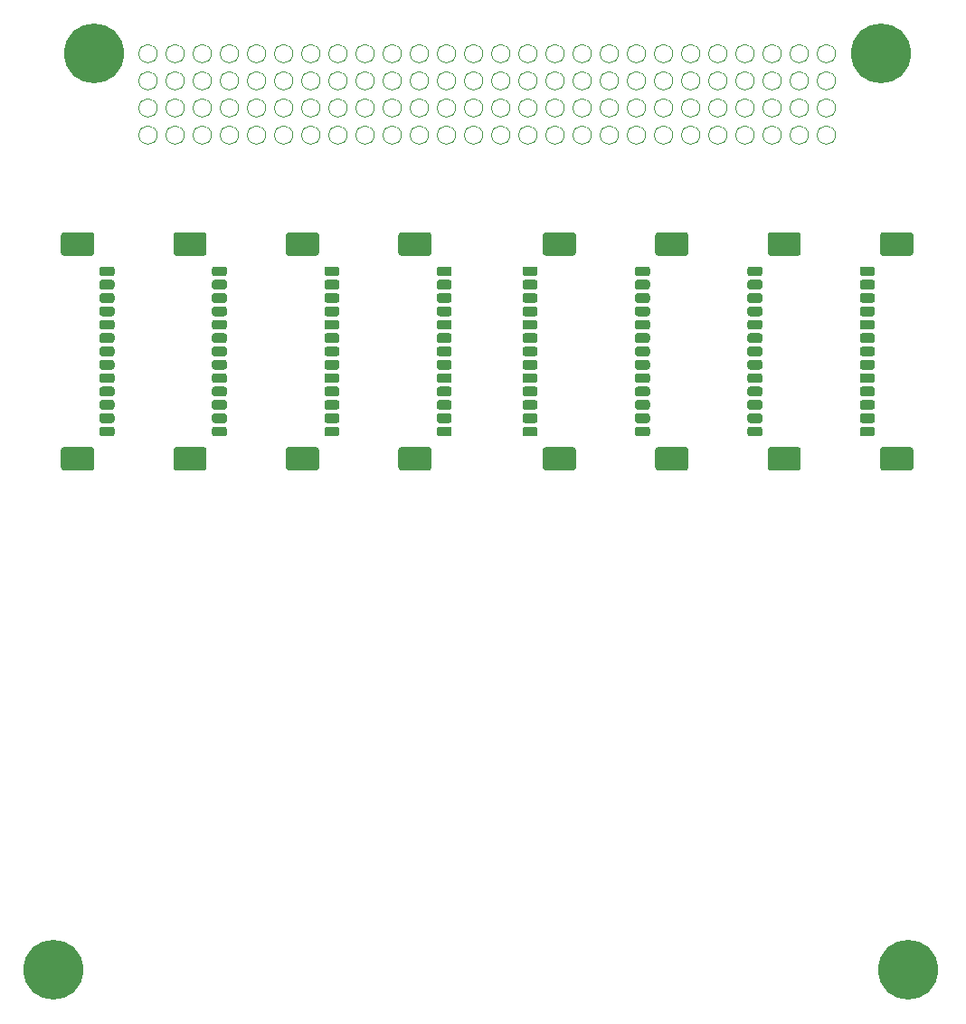
<source format=gbr>
%TF.GenerationSoftware,KiCad,Pcbnew,5.1.6-1.fc32*%
%TF.CreationDate,2020-09-11T21:55:50-03:00*%
%TF.ProjectId,pc104-adapter-bottom,70633130-342d-4616-9461-707465722d62,v2.0*%
%TF.SameCoordinates,Original*%
%TF.FileFunction,Soldermask,Top*%
%TF.FilePolarity,Negative*%
%FSLAX46Y46*%
G04 Gerber Fmt 4.6, Leading zero omitted, Abs format (unit mm)*
G04 Created by KiCad (PCBNEW 5.1.6-1.fc32) date 2020-09-11 21:55:50*
%MOMM*%
%LPD*%
G01*
G04 APERTURE LIST*
%ADD10C,0.100000*%
%ADD11C,5.600000*%
G04 APERTURE END LIST*
D10*
%TO.C,J9*%
X178611000Y-55136000D02*
G75*
G03*
X178611000Y-55136000I-861000J0D01*
G01*
X178611000Y-57676000D02*
G75*
G03*
X178611000Y-57676000I-861000J0D01*
G01*
X176071000Y-55136000D02*
G75*
G03*
X176071000Y-55136000I-861000J0D01*
G01*
X176071000Y-57676000D02*
G75*
G03*
X176071000Y-57676000I-861000J0D01*
G01*
X173531000Y-55136000D02*
G75*
G03*
X173531000Y-55136000I-861000J0D01*
G01*
X173531000Y-57676000D02*
G75*
G03*
X173531000Y-57676000I-861000J0D01*
G01*
X170991000Y-55136000D02*
G75*
G03*
X170991000Y-55136000I-861000J0D01*
G01*
X170991000Y-57676000D02*
G75*
G03*
X170991000Y-57676000I-861000J0D01*
G01*
X168451000Y-55136000D02*
G75*
G03*
X168451000Y-55136000I-861000J0D01*
G01*
X168451000Y-57676000D02*
G75*
G03*
X168451000Y-57676000I-861000J0D01*
G01*
X165911000Y-55136000D02*
G75*
G03*
X165911000Y-55136000I-861000J0D01*
G01*
X165911000Y-57676000D02*
G75*
G03*
X165911000Y-57676000I-861000J0D01*
G01*
X163371000Y-55136000D02*
G75*
G03*
X163371000Y-55136000I-861000J0D01*
G01*
X163371000Y-57676000D02*
G75*
G03*
X163371000Y-57676000I-861000J0D01*
G01*
X160831000Y-55136000D02*
G75*
G03*
X160831000Y-55136000I-861000J0D01*
G01*
X160831000Y-57676000D02*
G75*
G03*
X160831000Y-57676000I-861000J0D01*
G01*
X158291000Y-55136000D02*
G75*
G03*
X158291000Y-55136000I-861000J0D01*
G01*
X158291000Y-57676000D02*
G75*
G03*
X158291000Y-57676000I-861000J0D01*
G01*
X155751000Y-55136000D02*
G75*
G03*
X155751000Y-55136000I-861000J0D01*
G01*
X155751000Y-57676000D02*
G75*
G03*
X155751000Y-57676000I-861000J0D01*
G01*
X153211000Y-55136000D02*
G75*
G03*
X153211000Y-55136000I-861000J0D01*
G01*
X153211000Y-57676000D02*
G75*
G03*
X153211000Y-57676000I-861000J0D01*
G01*
X150671000Y-55136000D02*
G75*
G03*
X150671000Y-55136000I-861000J0D01*
G01*
X150671000Y-57676000D02*
G75*
G03*
X150671000Y-57676000I-861000J0D01*
G01*
X148131000Y-55136000D02*
G75*
G03*
X148131000Y-55136000I-861000J0D01*
G01*
X148131000Y-57676000D02*
G75*
G03*
X148131000Y-57676000I-861000J0D01*
G01*
X145591000Y-55136000D02*
G75*
G03*
X145591000Y-55136000I-861000J0D01*
G01*
X145591000Y-57676000D02*
G75*
G03*
X145591000Y-57676000I-861000J0D01*
G01*
X143051000Y-55136000D02*
G75*
G03*
X143051000Y-55136000I-861000J0D01*
G01*
X143051000Y-57676000D02*
G75*
G03*
X143051000Y-57676000I-861000J0D01*
G01*
X140511000Y-55136000D02*
G75*
G03*
X140511000Y-55136000I-861000J0D01*
G01*
X140511000Y-57676000D02*
G75*
G03*
X140511000Y-57676000I-861000J0D01*
G01*
X137971000Y-55136000D02*
G75*
G03*
X137971000Y-55136000I-861000J0D01*
G01*
X137971000Y-57676000D02*
G75*
G03*
X137971000Y-57676000I-861000J0D01*
G01*
X135431000Y-55136000D02*
G75*
G03*
X135431000Y-55136000I-861000J0D01*
G01*
X135431000Y-57676000D02*
G75*
G03*
X135431000Y-57676000I-861000J0D01*
G01*
X132891000Y-55136000D02*
G75*
G03*
X132891000Y-55136000I-861000J0D01*
G01*
X132891000Y-57676000D02*
G75*
G03*
X132891000Y-57676000I-861000J0D01*
G01*
X130351000Y-55136000D02*
G75*
G03*
X130351000Y-55136000I-861000J0D01*
G01*
X130351000Y-57676000D02*
G75*
G03*
X130351000Y-57676000I-861000J0D01*
G01*
X127811000Y-55136000D02*
G75*
G03*
X127811000Y-55136000I-861000J0D01*
G01*
X127811000Y-57676000D02*
G75*
G03*
X127811000Y-57676000I-861000J0D01*
G01*
X125271000Y-55136000D02*
G75*
G03*
X125271000Y-55136000I-861000J0D01*
G01*
X125271000Y-57676000D02*
G75*
G03*
X125271000Y-57676000I-861000J0D01*
G01*
X122731000Y-55136000D02*
G75*
G03*
X122731000Y-55136000I-861000J0D01*
G01*
X122731000Y-57676000D02*
G75*
G03*
X122731000Y-57676000I-861000J0D01*
G01*
X120191000Y-55136000D02*
G75*
G03*
X120191000Y-55136000I-861000J0D01*
G01*
X120191000Y-57676000D02*
G75*
G03*
X120191000Y-57676000I-861000J0D01*
G01*
X117651000Y-55136000D02*
G75*
G03*
X117651000Y-55136000I-861000J0D01*
G01*
X117651000Y-57676000D02*
G75*
G03*
X117651000Y-57676000I-861000J0D01*
G01*
X115111000Y-55136000D02*
G75*
G03*
X115111000Y-55136000I-861000J0D01*
G01*
X115111000Y-57676000D02*
G75*
G03*
X115111000Y-57676000I-861000J0D01*
G01*
%TO.C,J10*%
X178611000Y-60216000D02*
G75*
G03*
X178611000Y-60216000I-861000J0D01*
G01*
X178611000Y-62756000D02*
G75*
G03*
X178611000Y-62756000I-861000J0D01*
G01*
X176071000Y-60216000D02*
G75*
G03*
X176071000Y-60216000I-861000J0D01*
G01*
X176071000Y-62756000D02*
G75*
G03*
X176071000Y-62756000I-861000J0D01*
G01*
X173531000Y-60216000D02*
G75*
G03*
X173531000Y-60216000I-861000J0D01*
G01*
X173531000Y-62756000D02*
G75*
G03*
X173531000Y-62756000I-861000J0D01*
G01*
X170991000Y-60216000D02*
G75*
G03*
X170991000Y-60216000I-861000J0D01*
G01*
X170991000Y-62756000D02*
G75*
G03*
X170991000Y-62756000I-861000J0D01*
G01*
X168451000Y-60216000D02*
G75*
G03*
X168451000Y-60216000I-861000J0D01*
G01*
X168451000Y-62756000D02*
G75*
G03*
X168451000Y-62756000I-861000J0D01*
G01*
X165911000Y-60216000D02*
G75*
G03*
X165911000Y-60216000I-861000J0D01*
G01*
X165911000Y-62756000D02*
G75*
G03*
X165911000Y-62756000I-861000J0D01*
G01*
X163371000Y-60216000D02*
G75*
G03*
X163371000Y-60216000I-861000J0D01*
G01*
X163371000Y-62756000D02*
G75*
G03*
X163371000Y-62756000I-861000J0D01*
G01*
X160831000Y-60216000D02*
G75*
G03*
X160831000Y-60216000I-861000J0D01*
G01*
X160831000Y-62756000D02*
G75*
G03*
X160831000Y-62756000I-861000J0D01*
G01*
X158291000Y-60216000D02*
G75*
G03*
X158291000Y-60216000I-861000J0D01*
G01*
X158291000Y-62756000D02*
G75*
G03*
X158291000Y-62756000I-861000J0D01*
G01*
X155751000Y-60216000D02*
G75*
G03*
X155751000Y-60216000I-861000J0D01*
G01*
X155751000Y-62756000D02*
G75*
G03*
X155751000Y-62756000I-861000J0D01*
G01*
X153211000Y-60216000D02*
G75*
G03*
X153211000Y-60216000I-861000J0D01*
G01*
X153211000Y-62756000D02*
G75*
G03*
X153211000Y-62756000I-861000J0D01*
G01*
X150671000Y-60216000D02*
G75*
G03*
X150671000Y-60216000I-861000J0D01*
G01*
X150671000Y-62756000D02*
G75*
G03*
X150671000Y-62756000I-861000J0D01*
G01*
X148131000Y-60216000D02*
G75*
G03*
X148131000Y-60216000I-861000J0D01*
G01*
X148131000Y-62756000D02*
G75*
G03*
X148131000Y-62756000I-861000J0D01*
G01*
X145591000Y-60216000D02*
G75*
G03*
X145591000Y-60216000I-861000J0D01*
G01*
X145591000Y-62756000D02*
G75*
G03*
X145591000Y-62756000I-861000J0D01*
G01*
X143051000Y-60216000D02*
G75*
G03*
X143051000Y-60216000I-861000J0D01*
G01*
X143051000Y-62756000D02*
G75*
G03*
X143051000Y-62756000I-861000J0D01*
G01*
X140511000Y-60216000D02*
G75*
G03*
X140511000Y-60216000I-861000J0D01*
G01*
X140511000Y-62756000D02*
G75*
G03*
X140511000Y-62756000I-861000J0D01*
G01*
X137971000Y-60216000D02*
G75*
G03*
X137971000Y-60216000I-861000J0D01*
G01*
X137971000Y-62756000D02*
G75*
G03*
X137971000Y-62756000I-861000J0D01*
G01*
X135431000Y-60216000D02*
G75*
G03*
X135431000Y-60216000I-861000J0D01*
G01*
X135431000Y-62756000D02*
G75*
G03*
X135431000Y-62756000I-861000J0D01*
G01*
X132891000Y-60216000D02*
G75*
G03*
X132891000Y-60216000I-861000J0D01*
G01*
X132891000Y-62756000D02*
G75*
G03*
X132891000Y-62756000I-861000J0D01*
G01*
X130351000Y-60216000D02*
G75*
G03*
X130351000Y-60216000I-861000J0D01*
G01*
X130351000Y-62756000D02*
G75*
G03*
X130351000Y-62756000I-861000J0D01*
G01*
X127811000Y-60216000D02*
G75*
G03*
X127811000Y-60216000I-861000J0D01*
G01*
X127811000Y-62756000D02*
G75*
G03*
X127811000Y-62756000I-861000J0D01*
G01*
X125271000Y-60216000D02*
G75*
G03*
X125271000Y-60216000I-861000J0D01*
G01*
X125271000Y-62756000D02*
G75*
G03*
X125271000Y-62756000I-861000J0D01*
G01*
X122731000Y-60216000D02*
G75*
G03*
X122731000Y-60216000I-861000J0D01*
G01*
X122731000Y-62756000D02*
G75*
G03*
X122731000Y-62756000I-861000J0D01*
G01*
X120191000Y-60216000D02*
G75*
G03*
X120191000Y-60216000I-861000J0D01*
G01*
X120191000Y-62756000D02*
G75*
G03*
X120191000Y-62756000I-861000J0D01*
G01*
X117651000Y-60216000D02*
G75*
G03*
X117651000Y-60216000I-861000J0D01*
G01*
X117651000Y-62756000D02*
G75*
G03*
X117651000Y-62756000I-861000J0D01*
G01*
X115111000Y-60216000D02*
G75*
G03*
X115111000Y-60216000I-861000J0D01*
G01*
X115111000Y-62756000D02*
G75*
G03*
X115111000Y-62756000I-861000J0D01*
G01*
%TD*%
D11*
%TO.C,H3*%
X105350000Y-140866000D03*
%TD*%
%TO.C,H4*%
X185390000Y-140866000D03*
%TD*%
%TO.C,J8*%
G36*
G01*
X185620095Y-74050000D02*
X183043905Y-74050000D01*
G75*
G02*
X182782000Y-73788095I0J261905D01*
G01*
X182782000Y-72111905D01*
G75*
G02*
X183043905Y-71850000I261905J0D01*
G01*
X185620095Y-71850000D01*
G75*
G02*
X185882000Y-72111905I0J-261905D01*
G01*
X185882000Y-73788095D01*
G75*
G02*
X185620095Y-74050000I-261905J0D01*
G01*
G37*
G36*
G01*
X185620095Y-94150000D02*
X183043905Y-94150000D01*
G75*
G02*
X182782000Y-93888095I0J261905D01*
G01*
X182782000Y-92211905D01*
G75*
G02*
X183043905Y-91950000I261905J0D01*
G01*
X185620095Y-91950000D01*
G75*
G02*
X185882000Y-92211905I0J-261905D01*
G01*
X185882000Y-93888095D01*
G75*
G02*
X185620095Y-94150000I-261905J0D01*
G01*
G37*
G36*
G01*
X182057000Y-75950000D02*
X181107000Y-75950000D01*
G75*
G02*
X180882000Y-75725000I0J225000D01*
G01*
X180882000Y-75275000D01*
G75*
G02*
X181107000Y-75050000I225000J0D01*
G01*
X182057000Y-75050000D01*
G75*
G02*
X182282000Y-75275000I0J-225000D01*
G01*
X182282000Y-75725000D01*
G75*
G02*
X182057000Y-75950000I-225000J0D01*
G01*
G37*
G36*
G01*
X182057000Y-77200000D02*
X181107000Y-77200000D01*
G75*
G02*
X180882000Y-76975000I0J225000D01*
G01*
X180882000Y-76525000D01*
G75*
G02*
X181107000Y-76300000I225000J0D01*
G01*
X182057000Y-76300000D01*
G75*
G02*
X182282000Y-76525000I0J-225000D01*
G01*
X182282000Y-76975000D01*
G75*
G02*
X182057000Y-77200000I-225000J0D01*
G01*
G37*
G36*
G01*
X182057000Y-78450000D02*
X181107000Y-78450000D01*
G75*
G02*
X180882000Y-78225000I0J225000D01*
G01*
X180882000Y-77775000D01*
G75*
G02*
X181107000Y-77550000I225000J0D01*
G01*
X182057000Y-77550000D01*
G75*
G02*
X182282000Y-77775000I0J-225000D01*
G01*
X182282000Y-78225000D01*
G75*
G02*
X182057000Y-78450000I-225000J0D01*
G01*
G37*
G36*
G01*
X182057000Y-79700000D02*
X181107000Y-79700000D01*
G75*
G02*
X180882000Y-79475000I0J225000D01*
G01*
X180882000Y-79025000D01*
G75*
G02*
X181107000Y-78800000I225000J0D01*
G01*
X182057000Y-78800000D01*
G75*
G02*
X182282000Y-79025000I0J-225000D01*
G01*
X182282000Y-79475000D01*
G75*
G02*
X182057000Y-79700000I-225000J0D01*
G01*
G37*
G36*
G01*
X182057000Y-80950000D02*
X181107000Y-80950000D01*
G75*
G02*
X180882000Y-80725000I0J225000D01*
G01*
X180882000Y-80275000D01*
G75*
G02*
X181107000Y-80050000I225000J0D01*
G01*
X182057000Y-80050000D01*
G75*
G02*
X182282000Y-80275000I0J-225000D01*
G01*
X182282000Y-80725000D01*
G75*
G02*
X182057000Y-80950000I-225000J0D01*
G01*
G37*
G36*
G01*
X182057000Y-82200000D02*
X181107000Y-82200000D01*
G75*
G02*
X180882000Y-81975000I0J225000D01*
G01*
X180882000Y-81525000D01*
G75*
G02*
X181107000Y-81300000I225000J0D01*
G01*
X182057000Y-81300000D01*
G75*
G02*
X182282000Y-81525000I0J-225000D01*
G01*
X182282000Y-81975000D01*
G75*
G02*
X182057000Y-82200000I-225000J0D01*
G01*
G37*
G36*
G01*
X182057000Y-83450000D02*
X181107000Y-83450000D01*
G75*
G02*
X180882000Y-83225000I0J225000D01*
G01*
X180882000Y-82775000D01*
G75*
G02*
X181107000Y-82550000I225000J0D01*
G01*
X182057000Y-82550000D01*
G75*
G02*
X182282000Y-82775000I0J-225000D01*
G01*
X182282000Y-83225000D01*
G75*
G02*
X182057000Y-83450000I-225000J0D01*
G01*
G37*
G36*
G01*
X182057000Y-84700000D02*
X181107000Y-84700000D01*
G75*
G02*
X180882000Y-84475000I0J225000D01*
G01*
X180882000Y-84025000D01*
G75*
G02*
X181107000Y-83800000I225000J0D01*
G01*
X182057000Y-83800000D01*
G75*
G02*
X182282000Y-84025000I0J-225000D01*
G01*
X182282000Y-84475000D01*
G75*
G02*
X182057000Y-84700000I-225000J0D01*
G01*
G37*
G36*
G01*
X182057000Y-85950000D02*
X181107000Y-85950000D01*
G75*
G02*
X180882000Y-85725000I0J225000D01*
G01*
X180882000Y-85275000D01*
G75*
G02*
X181107000Y-85050000I225000J0D01*
G01*
X182057000Y-85050000D01*
G75*
G02*
X182282000Y-85275000I0J-225000D01*
G01*
X182282000Y-85725000D01*
G75*
G02*
X182057000Y-85950000I-225000J0D01*
G01*
G37*
G36*
G01*
X182057000Y-87200000D02*
X181107000Y-87200000D01*
G75*
G02*
X180882000Y-86975000I0J225000D01*
G01*
X180882000Y-86525000D01*
G75*
G02*
X181107000Y-86300000I225000J0D01*
G01*
X182057000Y-86300000D01*
G75*
G02*
X182282000Y-86525000I0J-225000D01*
G01*
X182282000Y-86975000D01*
G75*
G02*
X182057000Y-87200000I-225000J0D01*
G01*
G37*
G36*
G01*
X182057000Y-88450000D02*
X181107000Y-88450000D01*
G75*
G02*
X180882000Y-88225000I0J225000D01*
G01*
X180882000Y-87775000D01*
G75*
G02*
X181107000Y-87550000I225000J0D01*
G01*
X182057000Y-87550000D01*
G75*
G02*
X182282000Y-87775000I0J-225000D01*
G01*
X182282000Y-88225000D01*
G75*
G02*
X182057000Y-88450000I-225000J0D01*
G01*
G37*
G36*
G01*
X182057000Y-89700000D02*
X181107000Y-89700000D01*
G75*
G02*
X180882000Y-89475000I0J225000D01*
G01*
X180882000Y-89025000D01*
G75*
G02*
X181107000Y-88800000I225000J0D01*
G01*
X182057000Y-88800000D01*
G75*
G02*
X182282000Y-89025000I0J-225000D01*
G01*
X182282000Y-89475000D01*
G75*
G02*
X182057000Y-89700000I-225000J0D01*
G01*
G37*
G36*
G01*
X182057000Y-90950000D02*
X181107000Y-90950000D01*
G75*
G02*
X180882000Y-90725000I0J225000D01*
G01*
X180882000Y-90275000D01*
G75*
G02*
X181107000Y-90050000I225000J0D01*
G01*
X182057000Y-90050000D01*
G75*
G02*
X182282000Y-90275000I0J-225000D01*
G01*
X182282000Y-90725000D01*
G75*
G02*
X182057000Y-90950000I-225000J0D01*
G01*
G37*
%TD*%
%TO.C,J7*%
G36*
G01*
X154046095Y-74050000D02*
X151469905Y-74050000D01*
G75*
G02*
X151208000Y-73788095I0J261905D01*
G01*
X151208000Y-72111905D01*
G75*
G02*
X151469905Y-71850000I261905J0D01*
G01*
X154046095Y-71850000D01*
G75*
G02*
X154308000Y-72111905I0J-261905D01*
G01*
X154308000Y-73788095D01*
G75*
G02*
X154046095Y-74050000I-261905J0D01*
G01*
G37*
G36*
G01*
X154046095Y-94150000D02*
X151469905Y-94150000D01*
G75*
G02*
X151208000Y-93888095I0J261905D01*
G01*
X151208000Y-92211905D01*
G75*
G02*
X151469905Y-91950000I261905J0D01*
G01*
X154046095Y-91950000D01*
G75*
G02*
X154308000Y-92211905I0J-261905D01*
G01*
X154308000Y-93888095D01*
G75*
G02*
X154046095Y-94150000I-261905J0D01*
G01*
G37*
G36*
G01*
X150483000Y-75950000D02*
X149533000Y-75950000D01*
G75*
G02*
X149308000Y-75725000I0J225000D01*
G01*
X149308000Y-75275000D01*
G75*
G02*
X149533000Y-75050000I225000J0D01*
G01*
X150483000Y-75050000D01*
G75*
G02*
X150708000Y-75275000I0J-225000D01*
G01*
X150708000Y-75725000D01*
G75*
G02*
X150483000Y-75950000I-225000J0D01*
G01*
G37*
G36*
G01*
X150483000Y-77200000D02*
X149533000Y-77200000D01*
G75*
G02*
X149308000Y-76975000I0J225000D01*
G01*
X149308000Y-76525000D01*
G75*
G02*
X149533000Y-76300000I225000J0D01*
G01*
X150483000Y-76300000D01*
G75*
G02*
X150708000Y-76525000I0J-225000D01*
G01*
X150708000Y-76975000D01*
G75*
G02*
X150483000Y-77200000I-225000J0D01*
G01*
G37*
G36*
G01*
X150483000Y-78450000D02*
X149533000Y-78450000D01*
G75*
G02*
X149308000Y-78225000I0J225000D01*
G01*
X149308000Y-77775000D01*
G75*
G02*
X149533000Y-77550000I225000J0D01*
G01*
X150483000Y-77550000D01*
G75*
G02*
X150708000Y-77775000I0J-225000D01*
G01*
X150708000Y-78225000D01*
G75*
G02*
X150483000Y-78450000I-225000J0D01*
G01*
G37*
G36*
G01*
X150483000Y-79700000D02*
X149533000Y-79700000D01*
G75*
G02*
X149308000Y-79475000I0J225000D01*
G01*
X149308000Y-79025000D01*
G75*
G02*
X149533000Y-78800000I225000J0D01*
G01*
X150483000Y-78800000D01*
G75*
G02*
X150708000Y-79025000I0J-225000D01*
G01*
X150708000Y-79475000D01*
G75*
G02*
X150483000Y-79700000I-225000J0D01*
G01*
G37*
G36*
G01*
X150483000Y-80950000D02*
X149533000Y-80950000D01*
G75*
G02*
X149308000Y-80725000I0J225000D01*
G01*
X149308000Y-80275000D01*
G75*
G02*
X149533000Y-80050000I225000J0D01*
G01*
X150483000Y-80050000D01*
G75*
G02*
X150708000Y-80275000I0J-225000D01*
G01*
X150708000Y-80725000D01*
G75*
G02*
X150483000Y-80950000I-225000J0D01*
G01*
G37*
G36*
G01*
X150483000Y-82200000D02*
X149533000Y-82200000D01*
G75*
G02*
X149308000Y-81975000I0J225000D01*
G01*
X149308000Y-81525000D01*
G75*
G02*
X149533000Y-81300000I225000J0D01*
G01*
X150483000Y-81300000D01*
G75*
G02*
X150708000Y-81525000I0J-225000D01*
G01*
X150708000Y-81975000D01*
G75*
G02*
X150483000Y-82200000I-225000J0D01*
G01*
G37*
G36*
G01*
X150483000Y-83450000D02*
X149533000Y-83450000D01*
G75*
G02*
X149308000Y-83225000I0J225000D01*
G01*
X149308000Y-82775000D01*
G75*
G02*
X149533000Y-82550000I225000J0D01*
G01*
X150483000Y-82550000D01*
G75*
G02*
X150708000Y-82775000I0J-225000D01*
G01*
X150708000Y-83225000D01*
G75*
G02*
X150483000Y-83450000I-225000J0D01*
G01*
G37*
G36*
G01*
X150483000Y-84700000D02*
X149533000Y-84700000D01*
G75*
G02*
X149308000Y-84475000I0J225000D01*
G01*
X149308000Y-84025000D01*
G75*
G02*
X149533000Y-83800000I225000J0D01*
G01*
X150483000Y-83800000D01*
G75*
G02*
X150708000Y-84025000I0J-225000D01*
G01*
X150708000Y-84475000D01*
G75*
G02*
X150483000Y-84700000I-225000J0D01*
G01*
G37*
G36*
G01*
X150483000Y-85950000D02*
X149533000Y-85950000D01*
G75*
G02*
X149308000Y-85725000I0J225000D01*
G01*
X149308000Y-85275000D01*
G75*
G02*
X149533000Y-85050000I225000J0D01*
G01*
X150483000Y-85050000D01*
G75*
G02*
X150708000Y-85275000I0J-225000D01*
G01*
X150708000Y-85725000D01*
G75*
G02*
X150483000Y-85950000I-225000J0D01*
G01*
G37*
G36*
G01*
X150483000Y-87200000D02*
X149533000Y-87200000D01*
G75*
G02*
X149308000Y-86975000I0J225000D01*
G01*
X149308000Y-86525000D01*
G75*
G02*
X149533000Y-86300000I225000J0D01*
G01*
X150483000Y-86300000D01*
G75*
G02*
X150708000Y-86525000I0J-225000D01*
G01*
X150708000Y-86975000D01*
G75*
G02*
X150483000Y-87200000I-225000J0D01*
G01*
G37*
G36*
G01*
X150483000Y-88450000D02*
X149533000Y-88450000D01*
G75*
G02*
X149308000Y-88225000I0J225000D01*
G01*
X149308000Y-87775000D01*
G75*
G02*
X149533000Y-87550000I225000J0D01*
G01*
X150483000Y-87550000D01*
G75*
G02*
X150708000Y-87775000I0J-225000D01*
G01*
X150708000Y-88225000D01*
G75*
G02*
X150483000Y-88450000I-225000J0D01*
G01*
G37*
G36*
G01*
X150483000Y-89700000D02*
X149533000Y-89700000D01*
G75*
G02*
X149308000Y-89475000I0J225000D01*
G01*
X149308000Y-89025000D01*
G75*
G02*
X149533000Y-88800000I225000J0D01*
G01*
X150483000Y-88800000D01*
G75*
G02*
X150708000Y-89025000I0J-225000D01*
G01*
X150708000Y-89475000D01*
G75*
G02*
X150483000Y-89700000I-225000J0D01*
G01*
G37*
G36*
G01*
X150483000Y-90950000D02*
X149533000Y-90950000D01*
G75*
G02*
X149308000Y-90725000I0J225000D01*
G01*
X149308000Y-90275000D01*
G75*
G02*
X149533000Y-90050000I225000J0D01*
G01*
X150483000Y-90050000D01*
G75*
G02*
X150708000Y-90275000I0J-225000D01*
G01*
X150708000Y-90725000D01*
G75*
G02*
X150483000Y-90950000I-225000J0D01*
G01*
G37*
%TD*%
%TO.C,J6*%
G36*
G01*
X127420905Y-91950000D02*
X129997095Y-91950000D01*
G75*
G02*
X130259000Y-92211905I0J-261905D01*
G01*
X130259000Y-93888095D01*
G75*
G02*
X129997095Y-94150000I-261905J0D01*
G01*
X127420905Y-94150000D01*
G75*
G02*
X127159000Y-93888095I0J261905D01*
G01*
X127159000Y-92211905D01*
G75*
G02*
X127420905Y-91950000I261905J0D01*
G01*
G37*
G36*
G01*
X127420905Y-71850000D02*
X129997095Y-71850000D01*
G75*
G02*
X130259000Y-72111905I0J-261905D01*
G01*
X130259000Y-73788095D01*
G75*
G02*
X129997095Y-74050000I-261905J0D01*
G01*
X127420905Y-74050000D01*
G75*
G02*
X127159000Y-73788095I0J261905D01*
G01*
X127159000Y-72111905D01*
G75*
G02*
X127420905Y-71850000I261905J0D01*
G01*
G37*
G36*
G01*
X130984000Y-90050000D02*
X131934000Y-90050000D01*
G75*
G02*
X132159000Y-90275000I0J-225000D01*
G01*
X132159000Y-90725000D01*
G75*
G02*
X131934000Y-90950000I-225000J0D01*
G01*
X130984000Y-90950000D01*
G75*
G02*
X130759000Y-90725000I0J225000D01*
G01*
X130759000Y-90275000D01*
G75*
G02*
X130984000Y-90050000I225000J0D01*
G01*
G37*
G36*
G01*
X130984000Y-88800000D02*
X131934000Y-88800000D01*
G75*
G02*
X132159000Y-89025000I0J-225000D01*
G01*
X132159000Y-89475000D01*
G75*
G02*
X131934000Y-89700000I-225000J0D01*
G01*
X130984000Y-89700000D01*
G75*
G02*
X130759000Y-89475000I0J225000D01*
G01*
X130759000Y-89025000D01*
G75*
G02*
X130984000Y-88800000I225000J0D01*
G01*
G37*
G36*
G01*
X130984000Y-87550000D02*
X131934000Y-87550000D01*
G75*
G02*
X132159000Y-87775000I0J-225000D01*
G01*
X132159000Y-88225000D01*
G75*
G02*
X131934000Y-88450000I-225000J0D01*
G01*
X130984000Y-88450000D01*
G75*
G02*
X130759000Y-88225000I0J225000D01*
G01*
X130759000Y-87775000D01*
G75*
G02*
X130984000Y-87550000I225000J0D01*
G01*
G37*
G36*
G01*
X130984000Y-86300000D02*
X131934000Y-86300000D01*
G75*
G02*
X132159000Y-86525000I0J-225000D01*
G01*
X132159000Y-86975000D01*
G75*
G02*
X131934000Y-87200000I-225000J0D01*
G01*
X130984000Y-87200000D01*
G75*
G02*
X130759000Y-86975000I0J225000D01*
G01*
X130759000Y-86525000D01*
G75*
G02*
X130984000Y-86300000I225000J0D01*
G01*
G37*
G36*
G01*
X130984000Y-85050000D02*
X131934000Y-85050000D01*
G75*
G02*
X132159000Y-85275000I0J-225000D01*
G01*
X132159000Y-85725000D01*
G75*
G02*
X131934000Y-85950000I-225000J0D01*
G01*
X130984000Y-85950000D01*
G75*
G02*
X130759000Y-85725000I0J225000D01*
G01*
X130759000Y-85275000D01*
G75*
G02*
X130984000Y-85050000I225000J0D01*
G01*
G37*
G36*
G01*
X130984000Y-83800000D02*
X131934000Y-83800000D01*
G75*
G02*
X132159000Y-84025000I0J-225000D01*
G01*
X132159000Y-84475000D01*
G75*
G02*
X131934000Y-84700000I-225000J0D01*
G01*
X130984000Y-84700000D01*
G75*
G02*
X130759000Y-84475000I0J225000D01*
G01*
X130759000Y-84025000D01*
G75*
G02*
X130984000Y-83800000I225000J0D01*
G01*
G37*
G36*
G01*
X130984000Y-82550000D02*
X131934000Y-82550000D01*
G75*
G02*
X132159000Y-82775000I0J-225000D01*
G01*
X132159000Y-83225000D01*
G75*
G02*
X131934000Y-83450000I-225000J0D01*
G01*
X130984000Y-83450000D01*
G75*
G02*
X130759000Y-83225000I0J225000D01*
G01*
X130759000Y-82775000D01*
G75*
G02*
X130984000Y-82550000I225000J0D01*
G01*
G37*
G36*
G01*
X130984000Y-81300000D02*
X131934000Y-81300000D01*
G75*
G02*
X132159000Y-81525000I0J-225000D01*
G01*
X132159000Y-81975000D01*
G75*
G02*
X131934000Y-82200000I-225000J0D01*
G01*
X130984000Y-82200000D01*
G75*
G02*
X130759000Y-81975000I0J225000D01*
G01*
X130759000Y-81525000D01*
G75*
G02*
X130984000Y-81300000I225000J0D01*
G01*
G37*
G36*
G01*
X130984000Y-80050000D02*
X131934000Y-80050000D01*
G75*
G02*
X132159000Y-80275000I0J-225000D01*
G01*
X132159000Y-80725000D01*
G75*
G02*
X131934000Y-80950000I-225000J0D01*
G01*
X130984000Y-80950000D01*
G75*
G02*
X130759000Y-80725000I0J225000D01*
G01*
X130759000Y-80275000D01*
G75*
G02*
X130984000Y-80050000I225000J0D01*
G01*
G37*
G36*
G01*
X130984000Y-78800000D02*
X131934000Y-78800000D01*
G75*
G02*
X132159000Y-79025000I0J-225000D01*
G01*
X132159000Y-79475000D01*
G75*
G02*
X131934000Y-79700000I-225000J0D01*
G01*
X130984000Y-79700000D01*
G75*
G02*
X130759000Y-79475000I0J225000D01*
G01*
X130759000Y-79025000D01*
G75*
G02*
X130984000Y-78800000I225000J0D01*
G01*
G37*
G36*
G01*
X130984000Y-77550000D02*
X131934000Y-77550000D01*
G75*
G02*
X132159000Y-77775000I0J-225000D01*
G01*
X132159000Y-78225000D01*
G75*
G02*
X131934000Y-78450000I-225000J0D01*
G01*
X130984000Y-78450000D01*
G75*
G02*
X130759000Y-78225000I0J225000D01*
G01*
X130759000Y-77775000D01*
G75*
G02*
X130984000Y-77550000I225000J0D01*
G01*
G37*
G36*
G01*
X130984000Y-76300000D02*
X131934000Y-76300000D01*
G75*
G02*
X132159000Y-76525000I0J-225000D01*
G01*
X132159000Y-76975000D01*
G75*
G02*
X131934000Y-77200000I-225000J0D01*
G01*
X130984000Y-77200000D01*
G75*
G02*
X130759000Y-76975000I0J225000D01*
G01*
X130759000Y-76525000D01*
G75*
G02*
X130984000Y-76300000I225000J0D01*
G01*
G37*
G36*
G01*
X130984000Y-75050000D02*
X131934000Y-75050000D01*
G75*
G02*
X132159000Y-75275000I0J-225000D01*
G01*
X132159000Y-75725000D01*
G75*
G02*
X131934000Y-75950000I-225000J0D01*
G01*
X130984000Y-75950000D01*
G75*
G02*
X130759000Y-75725000I0J225000D01*
G01*
X130759000Y-75275000D01*
G75*
G02*
X130984000Y-75050000I225000J0D01*
G01*
G37*
%TD*%
%TO.C,J5*%
G36*
G01*
X106371905Y-91950000D02*
X108948095Y-91950000D01*
G75*
G02*
X109210000Y-92211905I0J-261905D01*
G01*
X109210000Y-93888095D01*
G75*
G02*
X108948095Y-94150000I-261905J0D01*
G01*
X106371905Y-94150000D01*
G75*
G02*
X106110000Y-93888095I0J261905D01*
G01*
X106110000Y-92211905D01*
G75*
G02*
X106371905Y-91950000I261905J0D01*
G01*
G37*
G36*
G01*
X106371905Y-71850000D02*
X108948095Y-71850000D01*
G75*
G02*
X109210000Y-72111905I0J-261905D01*
G01*
X109210000Y-73788095D01*
G75*
G02*
X108948095Y-74050000I-261905J0D01*
G01*
X106371905Y-74050000D01*
G75*
G02*
X106110000Y-73788095I0J261905D01*
G01*
X106110000Y-72111905D01*
G75*
G02*
X106371905Y-71850000I261905J0D01*
G01*
G37*
G36*
G01*
X109935000Y-90050000D02*
X110885000Y-90050000D01*
G75*
G02*
X111110000Y-90275000I0J-225000D01*
G01*
X111110000Y-90725000D01*
G75*
G02*
X110885000Y-90950000I-225000J0D01*
G01*
X109935000Y-90950000D01*
G75*
G02*
X109710000Y-90725000I0J225000D01*
G01*
X109710000Y-90275000D01*
G75*
G02*
X109935000Y-90050000I225000J0D01*
G01*
G37*
G36*
G01*
X109935000Y-88800000D02*
X110885000Y-88800000D01*
G75*
G02*
X111110000Y-89025000I0J-225000D01*
G01*
X111110000Y-89475000D01*
G75*
G02*
X110885000Y-89700000I-225000J0D01*
G01*
X109935000Y-89700000D01*
G75*
G02*
X109710000Y-89475000I0J225000D01*
G01*
X109710000Y-89025000D01*
G75*
G02*
X109935000Y-88800000I225000J0D01*
G01*
G37*
G36*
G01*
X109935000Y-87550000D02*
X110885000Y-87550000D01*
G75*
G02*
X111110000Y-87775000I0J-225000D01*
G01*
X111110000Y-88225000D01*
G75*
G02*
X110885000Y-88450000I-225000J0D01*
G01*
X109935000Y-88450000D01*
G75*
G02*
X109710000Y-88225000I0J225000D01*
G01*
X109710000Y-87775000D01*
G75*
G02*
X109935000Y-87550000I225000J0D01*
G01*
G37*
G36*
G01*
X109935000Y-86300000D02*
X110885000Y-86300000D01*
G75*
G02*
X111110000Y-86525000I0J-225000D01*
G01*
X111110000Y-86975000D01*
G75*
G02*
X110885000Y-87200000I-225000J0D01*
G01*
X109935000Y-87200000D01*
G75*
G02*
X109710000Y-86975000I0J225000D01*
G01*
X109710000Y-86525000D01*
G75*
G02*
X109935000Y-86300000I225000J0D01*
G01*
G37*
G36*
G01*
X109935000Y-85050000D02*
X110885000Y-85050000D01*
G75*
G02*
X111110000Y-85275000I0J-225000D01*
G01*
X111110000Y-85725000D01*
G75*
G02*
X110885000Y-85950000I-225000J0D01*
G01*
X109935000Y-85950000D01*
G75*
G02*
X109710000Y-85725000I0J225000D01*
G01*
X109710000Y-85275000D01*
G75*
G02*
X109935000Y-85050000I225000J0D01*
G01*
G37*
G36*
G01*
X109935000Y-83800000D02*
X110885000Y-83800000D01*
G75*
G02*
X111110000Y-84025000I0J-225000D01*
G01*
X111110000Y-84475000D01*
G75*
G02*
X110885000Y-84700000I-225000J0D01*
G01*
X109935000Y-84700000D01*
G75*
G02*
X109710000Y-84475000I0J225000D01*
G01*
X109710000Y-84025000D01*
G75*
G02*
X109935000Y-83800000I225000J0D01*
G01*
G37*
G36*
G01*
X109935000Y-82550000D02*
X110885000Y-82550000D01*
G75*
G02*
X111110000Y-82775000I0J-225000D01*
G01*
X111110000Y-83225000D01*
G75*
G02*
X110885000Y-83450000I-225000J0D01*
G01*
X109935000Y-83450000D01*
G75*
G02*
X109710000Y-83225000I0J225000D01*
G01*
X109710000Y-82775000D01*
G75*
G02*
X109935000Y-82550000I225000J0D01*
G01*
G37*
G36*
G01*
X109935000Y-81300000D02*
X110885000Y-81300000D01*
G75*
G02*
X111110000Y-81525000I0J-225000D01*
G01*
X111110000Y-81975000D01*
G75*
G02*
X110885000Y-82200000I-225000J0D01*
G01*
X109935000Y-82200000D01*
G75*
G02*
X109710000Y-81975000I0J225000D01*
G01*
X109710000Y-81525000D01*
G75*
G02*
X109935000Y-81300000I225000J0D01*
G01*
G37*
G36*
G01*
X109935000Y-80050000D02*
X110885000Y-80050000D01*
G75*
G02*
X111110000Y-80275000I0J-225000D01*
G01*
X111110000Y-80725000D01*
G75*
G02*
X110885000Y-80950000I-225000J0D01*
G01*
X109935000Y-80950000D01*
G75*
G02*
X109710000Y-80725000I0J225000D01*
G01*
X109710000Y-80275000D01*
G75*
G02*
X109935000Y-80050000I225000J0D01*
G01*
G37*
G36*
G01*
X109935000Y-78800000D02*
X110885000Y-78800000D01*
G75*
G02*
X111110000Y-79025000I0J-225000D01*
G01*
X111110000Y-79475000D01*
G75*
G02*
X110885000Y-79700000I-225000J0D01*
G01*
X109935000Y-79700000D01*
G75*
G02*
X109710000Y-79475000I0J225000D01*
G01*
X109710000Y-79025000D01*
G75*
G02*
X109935000Y-78800000I225000J0D01*
G01*
G37*
G36*
G01*
X109935000Y-77550000D02*
X110885000Y-77550000D01*
G75*
G02*
X111110000Y-77775000I0J-225000D01*
G01*
X111110000Y-78225000D01*
G75*
G02*
X110885000Y-78450000I-225000J0D01*
G01*
X109935000Y-78450000D01*
G75*
G02*
X109710000Y-78225000I0J225000D01*
G01*
X109710000Y-77775000D01*
G75*
G02*
X109935000Y-77550000I225000J0D01*
G01*
G37*
G36*
G01*
X109935000Y-76300000D02*
X110885000Y-76300000D01*
G75*
G02*
X111110000Y-76525000I0J-225000D01*
G01*
X111110000Y-76975000D01*
G75*
G02*
X110885000Y-77200000I-225000J0D01*
G01*
X109935000Y-77200000D01*
G75*
G02*
X109710000Y-76975000I0J225000D01*
G01*
X109710000Y-76525000D01*
G75*
G02*
X109935000Y-76300000I225000J0D01*
G01*
G37*
G36*
G01*
X109935000Y-75050000D02*
X110885000Y-75050000D01*
G75*
G02*
X111110000Y-75275000I0J-225000D01*
G01*
X111110000Y-75725000D01*
G75*
G02*
X110885000Y-75950000I-225000J0D01*
G01*
X109935000Y-75950000D01*
G75*
G02*
X109710000Y-75725000I0J225000D01*
G01*
X109710000Y-75275000D01*
G75*
G02*
X109935000Y-75050000I225000J0D01*
G01*
G37*
%TD*%
%TO.C,J4*%
G36*
G01*
X175096095Y-74050000D02*
X172519905Y-74050000D01*
G75*
G02*
X172258000Y-73788095I0J261905D01*
G01*
X172258000Y-72111905D01*
G75*
G02*
X172519905Y-71850000I261905J0D01*
G01*
X175096095Y-71850000D01*
G75*
G02*
X175358000Y-72111905I0J-261905D01*
G01*
X175358000Y-73788095D01*
G75*
G02*
X175096095Y-74050000I-261905J0D01*
G01*
G37*
G36*
G01*
X175096095Y-94150000D02*
X172519905Y-94150000D01*
G75*
G02*
X172258000Y-93888095I0J261905D01*
G01*
X172258000Y-92211905D01*
G75*
G02*
X172519905Y-91950000I261905J0D01*
G01*
X175096095Y-91950000D01*
G75*
G02*
X175358000Y-92211905I0J-261905D01*
G01*
X175358000Y-93888095D01*
G75*
G02*
X175096095Y-94150000I-261905J0D01*
G01*
G37*
G36*
G01*
X171533000Y-75950000D02*
X170583000Y-75950000D01*
G75*
G02*
X170358000Y-75725000I0J225000D01*
G01*
X170358000Y-75275000D01*
G75*
G02*
X170583000Y-75050000I225000J0D01*
G01*
X171533000Y-75050000D01*
G75*
G02*
X171758000Y-75275000I0J-225000D01*
G01*
X171758000Y-75725000D01*
G75*
G02*
X171533000Y-75950000I-225000J0D01*
G01*
G37*
G36*
G01*
X171533000Y-77200000D02*
X170583000Y-77200000D01*
G75*
G02*
X170358000Y-76975000I0J225000D01*
G01*
X170358000Y-76525000D01*
G75*
G02*
X170583000Y-76300000I225000J0D01*
G01*
X171533000Y-76300000D01*
G75*
G02*
X171758000Y-76525000I0J-225000D01*
G01*
X171758000Y-76975000D01*
G75*
G02*
X171533000Y-77200000I-225000J0D01*
G01*
G37*
G36*
G01*
X171533000Y-78450000D02*
X170583000Y-78450000D01*
G75*
G02*
X170358000Y-78225000I0J225000D01*
G01*
X170358000Y-77775000D01*
G75*
G02*
X170583000Y-77550000I225000J0D01*
G01*
X171533000Y-77550000D01*
G75*
G02*
X171758000Y-77775000I0J-225000D01*
G01*
X171758000Y-78225000D01*
G75*
G02*
X171533000Y-78450000I-225000J0D01*
G01*
G37*
G36*
G01*
X171533000Y-79700000D02*
X170583000Y-79700000D01*
G75*
G02*
X170358000Y-79475000I0J225000D01*
G01*
X170358000Y-79025000D01*
G75*
G02*
X170583000Y-78800000I225000J0D01*
G01*
X171533000Y-78800000D01*
G75*
G02*
X171758000Y-79025000I0J-225000D01*
G01*
X171758000Y-79475000D01*
G75*
G02*
X171533000Y-79700000I-225000J0D01*
G01*
G37*
G36*
G01*
X171533000Y-80950000D02*
X170583000Y-80950000D01*
G75*
G02*
X170358000Y-80725000I0J225000D01*
G01*
X170358000Y-80275000D01*
G75*
G02*
X170583000Y-80050000I225000J0D01*
G01*
X171533000Y-80050000D01*
G75*
G02*
X171758000Y-80275000I0J-225000D01*
G01*
X171758000Y-80725000D01*
G75*
G02*
X171533000Y-80950000I-225000J0D01*
G01*
G37*
G36*
G01*
X171533000Y-82200000D02*
X170583000Y-82200000D01*
G75*
G02*
X170358000Y-81975000I0J225000D01*
G01*
X170358000Y-81525000D01*
G75*
G02*
X170583000Y-81300000I225000J0D01*
G01*
X171533000Y-81300000D01*
G75*
G02*
X171758000Y-81525000I0J-225000D01*
G01*
X171758000Y-81975000D01*
G75*
G02*
X171533000Y-82200000I-225000J0D01*
G01*
G37*
G36*
G01*
X171533000Y-83450000D02*
X170583000Y-83450000D01*
G75*
G02*
X170358000Y-83225000I0J225000D01*
G01*
X170358000Y-82775000D01*
G75*
G02*
X170583000Y-82550000I225000J0D01*
G01*
X171533000Y-82550000D01*
G75*
G02*
X171758000Y-82775000I0J-225000D01*
G01*
X171758000Y-83225000D01*
G75*
G02*
X171533000Y-83450000I-225000J0D01*
G01*
G37*
G36*
G01*
X171533000Y-84700000D02*
X170583000Y-84700000D01*
G75*
G02*
X170358000Y-84475000I0J225000D01*
G01*
X170358000Y-84025000D01*
G75*
G02*
X170583000Y-83800000I225000J0D01*
G01*
X171533000Y-83800000D01*
G75*
G02*
X171758000Y-84025000I0J-225000D01*
G01*
X171758000Y-84475000D01*
G75*
G02*
X171533000Y-84700000I-225000J0D01*
G01*
G37*
G36*
G01*
X171533000Y-85950000D02*
X170583000Y-85950000D01*
G75*
G02*
X170358000Y-85725000I0J225000D01*
G01*
X170358000Y-85275000D01*
G75*
G02*
X170583000Y-85050000I225000J0D01*
G01*
X171533000Y-85050000D01*
G75*
G02*
X171758000Y-85275000I0J-225000D01*
G01*
X171758000Y-85725000D01*
G75*
G02*
X171533000Y-85950000I-225000J0D01*
G01*
G37*
G36*
G01*
X171533000Y-87200000D02*
X170583000Y-87200000D01*
G75*
G02*
X170358000Y-86975000I0J225000D01*
G01*
X170358000Y-86525000D01*
G75*
G02*
X170583000Y-86300000I225000J0D01*
G01*
X171533000Y-86300000D01*
G75*
G02*
X171758000Y-86525000I0J-225000D01*
G01*
X171758000Y-86975000D01*
G75*
G02*
X171533000Y-87200000I-225000J0D01*
G01*
G37*
G36*
G01*
X171533000Y-88450000D02*
X170583000Y-88450000D01*
G75*
G02*
X170358000Y-88225000I0J225000D01*
G01*
X170358000Y-87775000D01*
G75*
G02*
X170583000Y-87550000I225000J0D01*
G01*
X171533000Y-87550000D01*
G75*
G02*
X171758000Y-87775000I0J-225000D01*
G01*
X171758000Y-88225000D01*
G75*
G02*
X171533000Y-88450000I-225000J0D01*
G01*
G37*
G36*
G01*
X171533000Y-89700000D02*
X170583000Y-89700000D01*
G75*
G02*
X170358000Y-89475000I0J225000D01*
G01*
X170358000Y-89025000D01*
G75*
G02*
X170583000Y-88800000I225000J0D01*
G01*
X171533000Y-88800000D01*
G75*
G02*
X171758000Y-89025000I0J-225000D01*
G01*
X171758000Y-89475000D01*
G75*
G02*
X171533000Y-89700000I-225000J0D01*
G01*
G37*
G36*
G01*
X171533000Y-90950000D02*
X170583000Y-90950000D01*
G75*
G02*
X170358000Y-90725000I0J225000D01*
G01*
X170358000Y-90275000D01*
G75*
G02*
X170583000Y-90050000I225000J0D01*
G01*
X171533000Y-90050000D01*
G75*
G02*
X171758000Y-90275000I0J-225000D01*
G01*
X171758000Y-90725000D01*
G75*
G02*
X171533000Y-90950000I-225000J0D01*
G01*
G37*
%TD*%
%TO.C,J3*%
G36*
G01*
X164571095Y-74050000D02*
X161994905Y-74050000D01*
G75*
G02*
X161733000Y-73788095I0J261905D01*
G01*
X161733000Y-72111905D01*
G75*
G02*
X161994905Y-71850000I261905J0D01*
G01*
X164571095Y-71850000D01*
G75*
G02*
X164833000Y-72111905I0J-261905D01*
G01*
X164833000Y-73788095D01*
G75*
G02*
X164571095Y-74050000I-261905J0D01*
G01*
G37*
G36*
G01*
X164571095Y-94150000D02*
X161994905Y-94150000D01*
G75*
G02*
X161733000Y-93888095I0J261905D01*
G01*
X161733000Y-92211905D01*
G75*
G02*
X161994905Y-91950000I261905J0D01*
G01*
X164571095Y-91950000D01*
G75*
G02*
X164833000Y-92211905I0J-261905D01*
G01*
X164833000Y-93888095D01*
G75*
G02*
X164571095Y-94150000I-261905J0D01*
G01*
G37*
G36*
G01*
X161008000Y-75950000D02*
X160058000Y-75950000D01*
G75*
G02*
X159833000Y-75725000I0J225000D01*
G01*
X159833000Y-75275000D01*
G75*
G02*
X160058000Y-75050000I225000J0D01*
G01*
X161008000Y-75050000D01*
G75*
G02*
X161233000Y-75275000I0J-225000D01*
G01*
X161233000Y-75725000D01*
G75*
G02*
X161008000Y-75950000I-225000J0D01*
G01*
G37*
G36*
G01*
X161008000Y-77200000D02*
X160058000Y-77200000D01*
G75*
G02*
X159833000Y-76975000I0J225000D01*
G01*
X159833000Y-76525000D01*
G75*
G02*
X160058000Y-76300000I225000J0D01*
G01*
X161008000Y-76300000D01*
G75*
G02*
X161233000Y-76525000I0J-225000D01*
G01*
X161233000Y-76975000D01*
G75*
G02*
X161008000Y-77200000I-225000J0D01*
G01*
G37*
G36*
G01*
X161008000Y-78450000D02*
X160058000Y-78450000D01*
G75*
G02*
X159833000Y-78225000I0J225000D01*
G01*
X159833000Y-77775000D01*
G75*
G02*
X160058000Y-77550000I225000J0D01*
G01*
X161008000Y-77550000D01*
G75*
G02*
X161233000Y-77775000I0J-225000D01*
G01*
X161233000Y-78225000D01*
G75*
G02*
X161008000Y-78450000I-225000J0D01*
G01*
G37*
G36*
G01*
X161008000Y-79700000D02*
X160058000Y-79700000D01*
G75*
G02*
X159833000Y-79475000I0J225000D01*
G01*
X159833000Y-79025000D01*
G75*
G02*
X160058000Y-78800000I225000J0D01*
G01*
X161008000Y-78800000D01*
G75*
G02*
X161233000Y-79025000I0J-225000D01*
G01*
X161233000Y-79475000D01*
G75*
G02*
X161008000Y-79700000I-225000J0D01*
G01*
G37*
G36*
G01*
X161008000Y-80950000D02*
X160058000Y-80950000D01*
G75*
G02*
X159833000Y-80725000I0J225000D01*
G01*
X159833000Y-80275000D01*
G75*
G02*
X160058000Y-80050000I225000J0D01*
G01*
X161008000Y-80050000D01*
G75*
G02*
X161233000Y-80275000I0J-225000D01*
G01*
X161233000Y-80725000D01*
G75*
G02*
X161008000Y-80950000I-225000J0D01*
G01*
G37*
G36*
G01*
X161008000Y-82200000D02*
X160058000Y-82200000D01*
G75*
G02*
X159833000Y-81975000I0J225000D01*
G01*
X159833000Y-81525000D01*
G75*
G02*
X160058000Y-81300000I225000J0D01*
G01*
X161008000Y-81300000D01*
G75*
G02*
X161233000Y-81525000I0J-225000D01*
G01*
X161233000Y-81975000D01*
G75*
G02*
X161008000Y-82200000I-225000J0D01*
G01*
G37*
G36*
G01*
X161008000Y-83450000D02*
X160058000Y-83450000D01*
G75*
G02*
X159833000Y-83225000I0J225000D01*
G01*
X159833000Y-82775000D01*
G75*
G02*
X160058000Y-82550000I225000J0D01*
G01*
X161008000Y-82550000D01*
G75*
G02*
X161233000Y-82775000I0J-225000D01*
G01*
X161233000Y-83225000D01*
G75*
G02*
X161008000Y-83450000I-225000J0D01*
G01*
G37*
G36*
G01*
X161008000Y-84700000D02*
X160058000Y-84700000D01*
G75*
G02*
X159833000Y-84475000I0J225000D01*
G01*
X159833000Y-84025000D01*
G75*
G02*
X160058000Y-83800000I225000J0D01*
G01*
X161008000Y-83800000D01*
G75*
G02*
X161233000Y-84025000I0J-225000D01*
G01*
X161233000Y-84475000D01*
G75*
G02*
X161008000Y-84700000I-225000J0D01*
G01*
G37*
G36*
G01*
X161008000Y-85950000D02*
X160058000Y-85950000D01*
G75*
G02*
X159833000Y-85725000I0J225000D01*
G01*
X159833000Y-85275000D01*
G75*
G02*
X160058000Y-85050000I225000J0D01*
G01*
X161008000Y-85050000D01*
G75*
G02*
X161233000Y-85275000I0J-225000D01*
G01*
X161233000Y-85725000D01*
G75*
G02*
X161008000Y-85950000I-225000J0D01*
G01*
G37*
G36*
G01*
X161008000Y-87200000D02*
X160058000Y-87200000D01*
G75*
G02*
X159833000Y-86975000I0J225000D01*
G01*
X159833000Y-86525000D01*
G75*
G02*
X160058000Y-86300000I225000J0D01*
G01*
X161008000Y-86300000D01*
G75*
G02*
X161233000Y-86525000I0J-225000D01*
G01*
X161233000Y-86975000D01*
G75*
G02*
X161008000Y-87200000I-225000J0D01*
G01*
G37*
G36*
G01*
X161008000Y-88450000D02*
X160058000Y-88450000D01*
G75*
G02*
X159833000Y-88225000I0J225000D01*
G01*
X159833000Y-87775000D01*
G75*
G02*
X160058000Y-87550000I225000J0D01*
G01*
X161008000Y-87550000D01*
G75*
G02*
X161233000Y-87775000I0J-225000D01*
G01*
X161233000Y-88225000D01*
G75*
G02*
X161008000Y-88450000I-225000J0D01*
G01*
G37*
G36*
G01*
X161008000Y-89700000D02*
X160058000Y-89700000D01*
G75*
G02*
X159833000Y-89475000I0J225000D01*
G01*
X159833000Y-89025000D01*
G75*
G02*
X160058000Y-88800000I225000J0D01*
G01*
X161008000Y-88800000D01*
G75*
G02*
X161233000Y-89025000I0J-225000D01*
G01*
X161233000Y-89475000D01*
G75*
G02*
X161008000Y-89700000I-225000J0D01*
G01*
G37*
G36*
G01*
X161008000Y-90950000D02*
X160058000Y-90950000D01*
G75*
G02*
X159833000Y-90725000I0J225000D01*
G01*
X159833000Y-90275000D01*
G75*
G02*
X160058000Y-90050000I225000J0D01*
G01*
X161008000Y-90050000D01*
G75*
G02*
X161233000Y-90275000I0J-225000D01*
G01*
X161233000Y-90725000D01*
G75*
G02*
X161008000Y-90950000I-225000J0D01*
G01*
G37*
%TD*%
%TO.C,J2*%
G36*
G01*
X137945905Y-91950000D02*
X140522095Y-91950000D01*
G75*
G02*
X140784000Y-92211905I0J-261905D01*
G01*
X140784000Y-93888095D01*
G75*
G02*
X140522095Y-94150000I-261905J0D01*
G01*
X137945905Y-94150000D01*
G75*
G02*
X137684000Y-93888095I0J261905D01*
G01*
X137684000Y-92211905D01*
G75*
G02*
X137945905Y-91950000I261905J0D01*
G01*
G37*
G36*
G01*
X137945905Y-71850000D02*
X140522095Y-71850000D01*
G75*
G02*
X140784000Y-72111905I0J-261905D01*
G01*
X140784000Y-73788095D01*
G75*
G02*
X140522095Y-74050000I-261905J0D01*
G01*
X137945905Y-74050000D01*
G75*
G02*
X137684000Y-73788095I0J261905D01*
G01*
X137684000Y-72111905D01*
G75*
G02*
X137945905Y-71850000I261905J0D01*
G01*
G37*
G36*
G01*
X141509000Y-90050000D02*
X142459000Y-90050000D01*
G75*
G02*
X142684000Y-90275000I0J-225000D01*
G01*
X142684000Y-90725000D01*
G75*
G02*
X142459000Y-90950000I-225000J0D01*
G01*
X141509000Y-90950000D01*
G75*
G02*
X141284000Y-90725000I0J225000D01*
G01*
X141284000Y-90275000D01*
G75*
G02*
X141509000Y-90050000I225000J0D01*
G01*
G37*
G36*
G01*
X141509000Y-88800000D02*
X142459000Y-88800000D01*
G75*
G02*
X142684000Y-89025000I0J-225000D01*
G01*
X142684000Y-89475000D01*
G75*
G02*
X142459000Y-89700000I-225000J0D01*
G01*
X141509000Y-89700000D01*
G75*
G02*
X141284000Y-89475000I0J225000D01*
G01*
X141284000Y-89025000D01*
G75*
G02*
X141509000Y-88800000I225000J0D01*
G01*
G37*
G36*
G01*
X141509000Y-87550000D02*
X142459000Y-87550000D01*
G75*
G02*
X142684000Y-87775000I0J-225000D01*
G01*
X142684000Y-88225000D01*
G75*
G02*
X142459000Y-88450000I-225000J0D01*
G01*
X141509000Y-88450000D01*
G75*
G02*
X141284000Y-88225000I0J225000D01*
G01*
X141284000Y-87775000D01*
G75*
G02*
X141509000Y-87550000I225000J0D01*
G01*
G37*
G36*
G01*
X141509000Y-86300000D02*
X142459000Y-86300000D01*
G75*
G02*
X142684000Y-86525000I0J-225000D01*
G01*
X142684000Y-86975000D01*
G75*
G02*
X142459000Y-87200000I-225000J0D01*
G01*
X141509000Y-87200000D01*
G75*
G02*
X141284000Y-86975000I0J225000D01*
G01*
X141284000Y-86525000D01*
G75*
G02*
X141509000Y-86300000I225000J0D01*
G01*
G37*
G36*
G01*
X141509000Y-85050000D02*
X142459000Y-85050000D01*
G75*
G02*
X142684000Y-85275000I0J-225000D01*
G01*
X142684000Y-85725000D01*
G75*
G02*
X142459000Y-85950000I-225000J0D01*
G01*
X141509000Y-85950000D01*
G75*
G02*
X141284000Y-85725000I0J225000D01*
G01*
X141284000Y-85275000D01*
G75*
G02*
X141509000Y-85050000I225000J0D01*
G01*
G37*
G36*
G01*
X141509000Y-83800000D02*
X142459000Y-83800000D01*
G75*
G02*
X142684000Y-84025000I0J-225000D01*
G01*
X142684000Y-84475000D01*
G75*
G02*
X142459000Y-84700000I-225000J0D01*
G01*
X141509000Y-84700000D01*
G75*
G02*
X141284000Y-84475000I0J225000D01*
G01*
X141284000Y-84025000D01*
G75*
G02*
X141509000Y-83800000I225000J0D01*
G01*
G37*
G36*
G01*
X141509000Y-82550000D02*
X142459000Y-82550000D01*
G75*
G02*
X142684000Y-82775000I0J-225000D01*
G01*
X142684000Y-83225000D01*
G75*
G02*
X142459000Y-83450000I-225000J0D01*
G01*
X141509000Y-83450000D01*
G75*
G02*
X141284000Y-83225000I0J225000D01*
G01*
X141284000Y-82775000D01*
G75*
G02*
X141509000Y-82550000I225000J0D01*
G01*
G37*
G36*
G01*
X141509000Y-81300000D02*
X142459000Y-81300000D01*
G75*
G02*
X142684000Y-81525000I0J-225000D01*
G01*
X142684000Y-81975000D01*
G75*
G02*
X142459000Y-82200000I-225000J0D01*
G01*
X141509000Y-82200000D01*
G75*
G02*
X141284000Y-81975000I0J225000D01*
G01*
X141284000Y-81525000D01*
G75*
G02*
X141509000Y-81300000I225000J0D01*
G01*
G37*
G36*
G01*
X141509000Y-80050000D02*
X142459000Y-80050000D01*
G75*
G02*
X142684000Y-80275000I0J-225000D01*
G01*
X142684000Y-80725000D01*
G75*
G02*
X142459000Y-80950000I-225000J0D01*
G01*
X141509000Y-80950000D01*
G75*
G02*
X141284000Y-80725000I0J225000D01*
G01*
X141284000Y-80275000D01*
G75*
G02*
X141509000Y-80050000I225000J0D01*
G01*
G37*
G36*
G01*
X141509000Y-78800000D02*
X142459000Y-78800000D01*
G75*
G02*
X142684000Y-79025000I0J-225000D01*
G01*
X142684000Y-79475000D01*
G75*
G02*
X142459000Y-79700000I-225000J0D01*
G01*
X141509000Y-79700000D01*
G75*
G02*
X141284000Y-79475000I0J225000D01*
G01*
X141284000Y-79025000D01*
G75*
G02*
X141509000Y-78800000I225000J0D01*
G01*
G37*
G36*
G01*
X141509000Y-77550000D02*
X142459000Y-77550000D01*
G75*
G02*
X142684000Y-77775000I0J-225000D01*
G01*
X142684000Y-78225000D01*
G75*
G02*
X142459000Y-78450000I-225000J0D01*
G01*
X141509000Y-78450000D01*
G75*
G02*
X141284000Y-78225000I0J225000D01*
G01*
X141284000Y-77775000D01*
G75*
G02*
X141509000Y-77550000I225000J0D01*
G01*
G37*
G36*
G01*
X141509000Y-76300000D02*
X142459000Y-76300000D01*
G75*
G02*
X142684000Y-76525000I0J-225000D01*
G01*
X142684000Y-76975000D01*
G75*
G02*
X142459000Y-77200000I-225000J0D01*
G01*
X141509000Y-77200000D01*
G75*
G02*
X141284000Y-76975000I0J225000D01*
G01*
X141284000Y-76525000D01*
G75*
G02*
X141509000Y-76300000I225000J0D01*
G01*
G37*
G36*
G01*
X141509000Y-75050000D02*
X142459000Y-75050000D01*
G75*
G02*
X142684000Y-75275000I0J-225000D01*
G01*
X142684000Y-75725000D01*
G75*
G02*
X142459000Y-75950000I-225000J0D01*
G01*
X141509000Y-75950000D01*
G75*
G02*
X141284000Y-75725000I0J225000D01*
G01*
X141284000Y-75275000D01*
G75*
G02*
X141509000Y-75050000I225000J0D01*
G01*
G37*
%TD*%
%TO.C,J1*%
G36*
G01*
X116896905Y-91950000D02*
X119473095Y-91950000D01*
G75*
G02*
X119735000Y-92211905I0J-261905D01*
G01*
X119735000Y-93888095D01*
G75*
G02*
X119473095Y-94150000I-261905J0D01*
G01*
X116896905Y-94150000D01*
G75*
G02*
X116635000Y-93888095I0J261905D01*
G01*
X116635000Y-92211905D01*
G75*
G02*
X116896905Y-91950000I261905J0D01*
G01*
G37*
G36*
G01*
X116896905Y-71850000D02*
X119473095Y-71850000D01*
G75*
G02*
X119735000Y-72111905I0J-261905D01*
G01*
X119735000Y-73788095D01*
G75*
G02*
X119473095Y-74050000I-261905J0D01*
G01*
X116896905Y-74050000D01*
G75*
G02*
X116635000Y-73788095I0J261905D01*
G01*
X116635000Y-72111905D01*
G75*
G02*
X116896905Y-71850000I261905J0D01*
G01*
G37*
G36*
G01*
X120460000Y-90050000D02*
X121410000Y-90050000D01*
G75*
G02*
X121635000Y-90275000I0J-225000D01*
G01*
X121635000Y-90725000D01*
G75*
G02*
X121410000Y-90950000I-225000J0D01*
G01*
X120460000Y-90950000D01*
G75*
G02*
X120235000Y-90725000I0J225000D01*
G01*
X120235000Y-90275000D01*
G75*
G02*
X120460000Y-90050000I225000J0D01*
G01*
G37*
G36*
G01*
X120460000Y-88800000D02*
X121410000Y-88800000D01*
G75*
G02*
X121635000Y-89025000I0J-225000D01*
G01*
X121635000Y-89475000D01*
G75*
G02*
X121410000Y-89700000I-225000J0D01*
G01*
X120460000Y-89700000D01*
G75*
G02*
X120235000Y-89475000I0J225000D01*
G01*
X120235000Y-89025000D01*
G75*
G02*
X120460000Y-88800000I225000J0D01*
G01*
G37*
G36*
G01*
X120460000Y-87550000D02*
X121410000Y-87550000D01*
G75*
G02*
X121635000Y-87775000I0J-225000D01*
G01*
X121635000Y-88225000D01*
G75*
G02*
X121410000Y-88450000I-225000J0D01*
G01*
X120460000Y-88450000D01*
G75*
G02*
X120235000Y-88225000I0J225000D01*
G01*
X120235000Y-87775000D01*
G75*
G02*
X120460000Y-87550000I225000J0D01*
G01*
G37*
G36*
G01*
X120460000Y-86300000D02*
X121410000Y-86300000D01*
G75*
G02*
X121635000Y-86525000I0J-225000D01*
G01*
X121635000Y-86975000D01*
G75*
G02*
X121410000Y-87200000I-225000J0D01*
G01*
X120460000Y-87200000D01*
G75*
G02*
X120235000Y-86975000I0J225000D01*
G01*
X120235000Y-86525000D01*
G75*
G02*
X120460000Y-86300000I225000J0D01*
G01*
G37*
G36*
G01*
X120460000Y-85050000D02*
X121410000Y-85050000D01*
G75*
G02*
X121635000Y-85275000I0J-225000D01*
G01*
X121635000Y-85725000D01*
G75*
G02*
X121410000Y-85950000I-225000J0D01*
G01*
X120460000Y-85950000D01*
G75*
G02*
X120235000Y-85725000I0J225000D01*
G01*
X120235000Y-85275000D01*
G75*
G02*
X120460000Y-85050000I225000J0D01*
G01*
G37*
G36*
G01*
X120460000Y-83800000D02*
X121410000Y-83800000D01*
G75*
G02*
X121635000Y-84025000I0J-225000D01*
G01*
X121635000Y-84475000D01*
G75*
G02*
X121410000Y-84700000I-225000J0D01*
G01*
X120460000Y-84700000D01*
G75*
G02*
X120235000Y-84475000I0J225000D01*
G01*
X120235000Y-84025000D01*
G75*
G02*
X120460000Y-83800000I225000J0D01*
G01*
G37*
G36*
G01*
X120460000Y-82550000D02*
X121410000Y-82550000D01*
G75*
G02*
X121635000Y-82775000I0J-225000D01*
G01*
X121635000Y-83225000D01*
G75*
G02*
X121410000Y-83450000I-225000J0D01*
G01*
X120460000Y-83450000D01*
G75*
G02*
X120235000Y-83225000I0J225000D01*
G01*
X120235000Y-82775000D01*
G75*
G02*
X120460000Y-82550000I225000J0D01*
G01*
G37*
G36*
G01*
X120460000Y-81300000D02*
X121410000Y-81300000D01*
G75*
G02*
X121635000Y-81525000I0J-225000D01*
G01*
X121635000Y-81975000D01*
G75*
G02*
X121410000Y-82200000I-225000J0D01*
G01*
X120460000Y-82200000D01*
G75*
G02*
X120235000Y-81975000I0J225000D01*
G01*
X120235000Y-81525000D01*
G75*
G02*
X120460000Y-81300000I225000J0D01*
G01*
G37*
G36*
G01*
X120460000Y-80050000D02*
X121410000Y-80050000D01*
G75*
G02*
X121635000Y-80275000I0J-225000D01*
G01*
X121635000Y-80725000D01*
G75*
G02*
X121410000Y-80950000I-225000J0D01*
G01*
X120460000Y-80950000D01*
G75*
G02*
X120235000Y-80725000I0J225000D01*
G01*
X120235000Y-80275000D01*
G75*
G02*
X120460000Y-80050000I225000J0D01*
G01*
G37*
G36*
G01*
X120460000Y-78800000D02*
X121410000Y-78800000D01*
G75*
G02*
X121635000Y-79025000I0J-225000D01*
G01*
X121635000Y-79475000D01*
G75*
G02*
X121410000Y-79700000I-225000J0D01*
G01*
X120460000Y-79700000D01*
G75*
G02*
X120235000Y-79475000I0J225000D01*
G01*
X120235000Y-79025000D01*
G75*
G02*
X120460000Y-78800000I225000J0D01*
G01*
G37*
G36*
G01*
X120460000Y-77550000D02*
X121410000Y-77550000D01*
G75*
G02*
X121635000Y-77775000I0J-225000D01*
G01*
X121635000Y-78225000D01*
G75*
G02*
X121410000Y-78450000I-225000J0D01*
G01*
X120460000Y-78450000D01*
G75*
G02*
X120235000Y-78225000I0J225000D01*
G01*
X120235000Y-77775000D01*
G75*
G02*
X120460000Y-77550000I225000J0D01*
G01*
G37*
G36*
G01*
X120460000Y-76300000D02*
X121410000Y-76300000D01*
G75*
G02*
X121635000Y-76525000I0J-225000D01*
G01*
X121635000Y-76975000D01*
G75*
G02*
X121410000Y-77200000I-225000J0D01*
G01*
X120460000Y-77200000D01*
G75*
G02*
X120235000Y-76975000I0J225000D01*
G01*
X120235000Y-76525000D01*
G75*
G02*
X120460000Y-76300000I225000J0D01*
G01*
G37*
G36*
G01*
X120460000Y-75050000D02*
X121410000Y-75050000D01*
G75*
G02*
X121635000Y-75275000I0J-225000D01*
G01*
X121635000Y-75725000D01*
G75*
G02*
X121410000Y-75950000I-225000J0D01*
G01*
X120460000Y-75950000D01*
G75*
G02*
X120235000Y-75725000I0J225000D01*
G01*
X120235000Y-75275000D01*
G75*
G02*
X120460000Y-75050000I225000J0D01*
G01*
G37*
%TD*%
%TO.C,H2*%
X182840000Y-55136000D03*
%TD*%
%TO.C,H1*%
X109160000Y-55136000D03*
%TD*%
M02*

</source>
